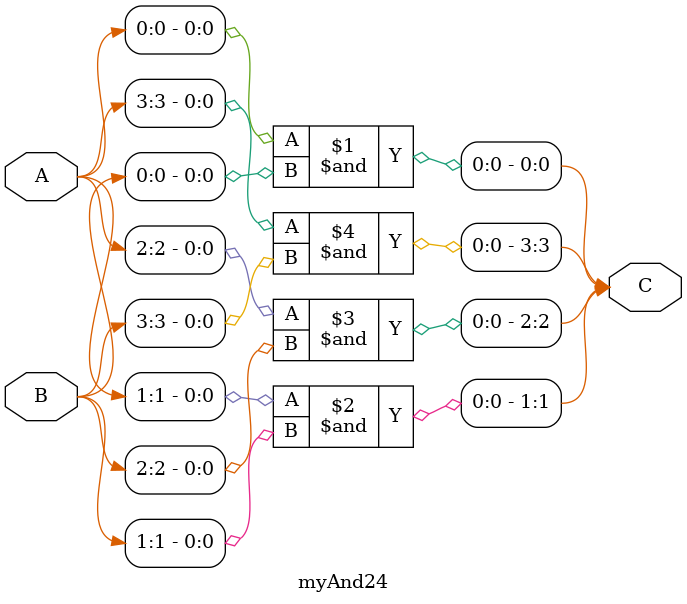
<source format=v>
`timescale 1ns / 1ps
module myAnd24(
	input wire [3:0] A, B,
	output wire [3:0] C
    );

	assign C[0] = A[0] & B[0];
	assign C[1] = A[1] & B[1];
	assign C[2] = A[2] & B[2];
	assign C[3] = A[3] & B[3];


endmodule

</source>
